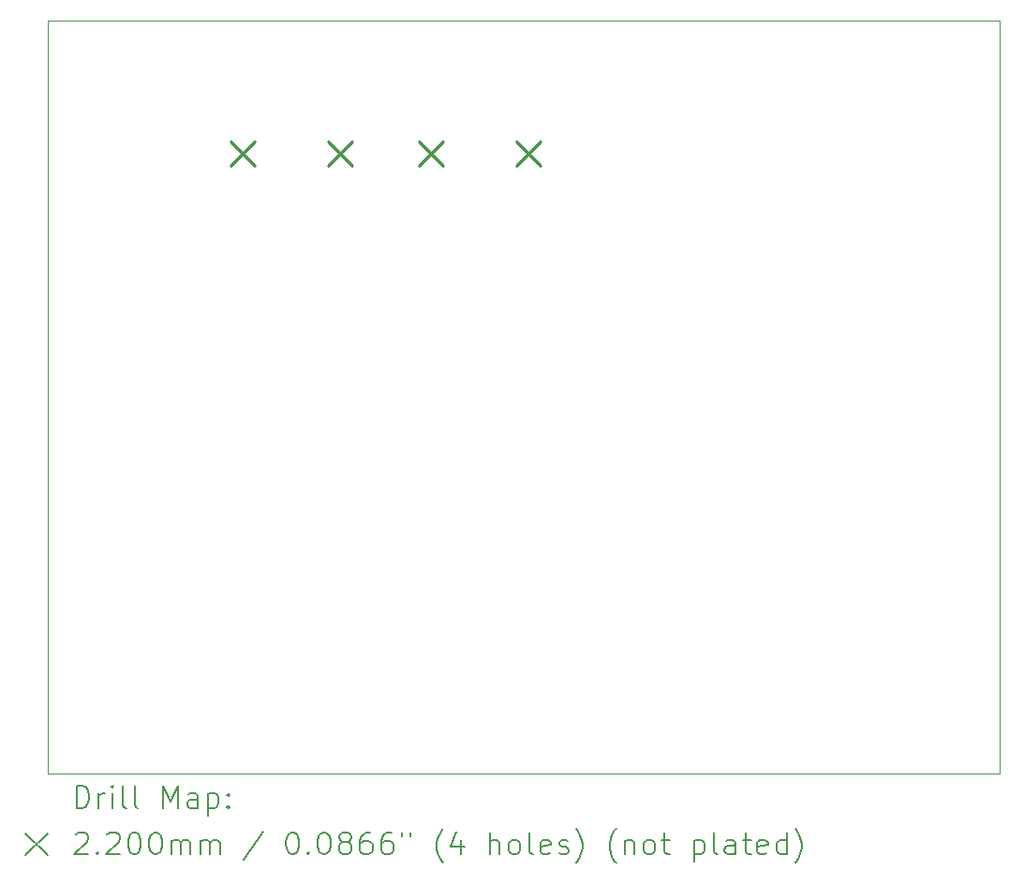
<source format=gbr>
%TF.GenerationSoftware,KiCad,Pcbnew,8.0.3*%
%TF.CreationDate,2025-02-15T10:37:41+01:00*%
%TF.ProjectId,pcb_v0,7063625f-7630-42e6-9b69-6361645f7063,rev?*%
%TF.SameCoordinates,Original*%
%TF.FileFunction,Drillmap*%
%TF.FilePolarity,Positive*%
%FSLAX45Y45*%
G04 Gerber Fmt 4.5, Leading zero omitted, Abs format (unit mm)*
G04 Created by KiCad (PCBNEW 8.0.3) date 2025-02-15 10:37:41*
%MOMM*%
%LPD*%
G01*
G04 APERTURE LIST*
%ADD10C,0.050000*%
%ADD11C,0.200000*%
%ADD12C,0.220000*%
G04 APERTURE END LIST*
D10*
X17950000Y-4600000D02*
X26550000Y-4600000D01*
X26550000Y-11400000D01*
X17950000Y-11400000D01*
X17950000Y-4600000D01*
D11*
D12*
X19600000Y-5685000D02*
X19820000Y-5905000D01*
X19820000Y-5685000D02*
X19600000Y-5905000D01*
X20480000Y-5685000D02*
X20700000Y-5905000D01*
X20700000Y-5685000D02*
X20480000Y-5905000D01*
X21300000Y-5690000D02*
X21520000Y-5910000D01*
X21520000Y-5690000D02*
X21300000Y-5910000D01*
X22180000Y-5690000D02*
X22400000Y-5910000D01*
X22400000Y-5690000D02*
X22180000Y-5910000D01*
D11*
X18208277Y-11713984D02*
X18208277Y-11513984D01*
X18208277Y-11513984D02*
X18255896Y-11513984D01*
X18255896Y-11513984D02*
X18284467Y-11523508D01*
X18284467Y-11523508D02*
X18303515Y-11542555D01*
X18303515Y-11542555D02*
X18313039Y-11561603D01*
X18313039Y-11561603D02*
X18322563Y-11599698D01*
X18322563Y-11599698D02*
X18322563Y-11628269D01*
X18322563Y-11628269D02*
X18313039Y-11666365D01*
X18313039Y-11666365D02*
X18303515Y-11685412D01*
X18303515Y-11685412D02*
X18284467Y-11704460D01*
X18284467Y-11704460D02*
X18255896Y-11713984D01*
X18255896Y-11713984D02*
X18208277Y-11713984D01*
X18408277Y-11713984D02*
X18408277Y-11580650D01*
X18408277Y-11618746D02*
X18417801Y-11599698D01*
X18417801Y-11599698D02*
X18427324Y-11590174D01*
X18427324Y-11590174D02*
X18446372Y-11580650D01*
X18446372Y-11580650D02*
X18465420Y-11580650D01*
X18532086Y-11713984D02*
X18532086Y-11580650D01*
X18532086Y-11513984D02*
X18522563Y-11523508D01*
X18522563Y-11523508D02*
X18532086Y-11533031D01*
X18532086Y-11533031D02*
X18541610Y-11523508D01*
X18541610Y-11523508D02*
X18532086Y-11513984D01*
X18532086Y-11513984D02*
X18532086Y-11533031D01*
X18655896Y-11713984D02*
X18636848Y-11704460D01*
X18636848Y-11704460D02*
X18627324Y-11685412D01*
X18627324Y-11685412D02*
X18627324Y-11513984D01*
X18760658Y-11713984D02*
X18741610Y-11704460D01*
X18741610Y-11704460D02*
X18732086Y-11685412D01*
X18732086Y-11685412D02*
X18732086Y-11513984D01*
X18989229Y-11713984D02*
X18989229Y-11513984D01*
X18989229Y-11513984D02*
X19055896Y-11656841D01*
X19055896Y-11656841D02*
X19122563Y-11513984D01*
X19122563Y-11513984D02*
X19122563Y-11713984D01*
X19303515Y-11713984D02*
X19303515Y-11609222D01*
X19303515Y-11609222D02*
X19293991Y-11590174D01*
X19293991Y-11590174D02*
X19274944Y-11580650D01*
X19274944Y-11580650D02*
X19236848Y-11580650D01*
X19236848Y-11580650D02*
X19217801Y-11590174D01*
X19303515Y-11704460D02*
X19284467Y-11713984D01*
X19284467Y-11713984D02*
X19236848Y-11713984D01*
X19236848Y-11713984D02*
X19217801Y-11704460D01*
X19217801Y-11704460D02*
X19208277Y-11685412D01*
X19208277Y-11685412D02*
X19208277Y-11666365D01*
X19208277Y-11666365D02*
X19217801Y-11647317D01*
X19217801Y-11647317D02*
X19236848Y-11637793D01*
X19236848Y-11637793D02*
X19284467Y-11637793D01*
X19284467Y-11637793D02*
X19303515Y-11628269D01*
X19398753Y-11580650D02*
X19398753Y-11780650D01*
X19398753Y-11590174D02*
X19417801Y-11580650D01*
X19417801Y-11580650D02*
X19455896Y-11580650D01*
X19455896Y-11580650D02*
X19474944Y-11590174D01*
X19474944Y-11590174D02*
X19484467Y-11599698D01*
X19484467Y-11599698D02*
X19493991Y-11618746D01*
X19493991Y-11618746D02*
X19493991Y-11675888D01*
X19493991Y-11675888D02*
X19484467Y-11694936D01*
X19484467Y-11694936D02*
X19474944Y-11704460D01*
X19474944Y-11704460D02*
X19455896Y-11713984D01*
X19455896Y-11713984D02*
X19417801Y-11713984D01*
X19417801Y-11713984D02*
X19398753Y-11704460D01*
X19579705Y-11694936D02*
X19589229Y-11704460D01*
X19589229Y-11704460D02*
X19579705Y-11713984D01*
X19579705Y-11713984D02*
X19570182Y-11704460D01*
X19570182Y-11704460D02*
X19579705Y-11694936D01*
X19579705Y-11694936D02*
X19579705Y-11713984D01*
X19579705Y-11590174D02*
X19589229Y-11599698D01*
X19589229Y-11599698D02*
X19579705Y-11609222D01*
X19579705Y-11609222D02*
X19570182Y-11599698D01*
X19570182Y-11599698D02*
X19579705Y-11590174D01*
X19579705Y-11590174D02*
X19579705Y-11609222D01*
X17747500Y-11942500D02*
X17947500Y-12142500D01*
X17947500Y-11942500D02*
X17747500Y-12142500D01*
X18198753Y-11953031D02*
X18208277Y-11943508D01*
X18208277Y-11943508D02*
X18227324Y-11933984D01*
X18227324Y-11933984D02*
X18274944Y-11933984D01*
X18274944Y-11933984D02*
X18293991Y-11943508D01*
X18293991Y-11943508D02*
X18303515Y-11953031D01*
X18303515Y-11953031D02*
X18313039Y-11972079D01*
X18313039Y-11972079D02*
X18313039Y-11991127D01*
X18313039Y-11991127D02*
X18303515Y-12019698D01*
X18303515Y-12019698D02*
X18189229Y-12133984D01*
X18189229Y-12133984D02*
X18313039Y-12133984D01*
X18398753Y-12114936D02*
X18408277Y-12124460D01*
X18408277Y-12124460D02*
X18398753Y-12133984D01*
X18398753Y-12133984D02*
X18389229Y-12124460D01*
X18389229Y-12124460D02*
X18398753Y-12114936D01*
X18398753Y-12114936D02*
X18398753Y-12133984D01*
X18484467Y-11953031D02*
X18493991Y-11943508D01*
X18493991Y-11943508D02*
X18513039Y-11933984D01*
X18513039Y-11933984D02*
X18560658Y-11933984D01*
X18560658Y-11933984D02*
X18579705Y-11943508D01*
X18579705Y-11943508D02*
X18589229Y-11953031D01*
X18589229Y-11953031D02*
X18598753Y-11972079D01*
X18598753Y-11972079D02*
X18598753Y-11991127D01*
X18598753Y-11991127D02*
X18589229Y-12019698D01*
X18589229Y-12019698D02*
X18474944Y-12133984D01*
X18474944Y-12133984D02*
X18598753Y-12133984D01*
X18722563Y-11933984D02*
X18741610Y-11933984D01*
X18741610Y-11933984D02*
X18760658Y-11943508D01*
X18760658Y-11943508D02*
X18770182Y-11953031D01*
X18770182Y-11953031D02*
X18779705Y-11972079D01*
X18779705Y-11972079D02*
X18789229Y-12010174D01*
X18789229Y-12010174D02*
X18789229Y-12057793D01*
X18789229Y-12057793D02*
X18779705Y-12095888D01*
X18779705Y-12095888D02*
X18770182Y-12114936D01*
X18770182Y-12114936D02*
X18760658Y-12124460D01*
X18760658Y-12124460D02*
X18741610Y-12133984D01*
X18741610Y-12133984D02*
X18722563Y-12133984D01*
X18722563Y-12133984D02*
X18703515Y-12124460D01*
X18703515Y-12124460D02*
X18693991Y-12114936D01*
X18693991Y-12114936D02*
X18684467Y-12095888D01*
X18684467Y-12095888D02*
X18674944Y-12057793D01*
X18674944Y-12057793D02*
X18674944Y-12010174D01*
X18674944Y-12010174D02*
X18684467Y-11972079D01*
X18684467Y-11972079D02*
X18693991Y-11953031D01*
X18693991Y-11953031D02*
X18703515Y-11943508D01*
X18703515Y-11943508D02*
X18722563Y-11933984D01*
X18913039Y-11933984D02*
X18932086Y-11933984D01*
X18932086Y-11933984D02*
X18951134Y-11943508D01*
X18951134Y-11943508D02*
X18960658Y-11953031D01*
X18960658Y-11953031D02*
X18970182Y-11972079D01*
X18970182Y-11972079D02*
X18979705Y-12010174D01*
X18979705Y-12010174D02*
X18979705Y-12057793D01*
X18979705Y-12057793D02*
X18970182Y-12095888D01*
X18970182Y-12095888D02*
X18960658Y-12114936D01*
X18960658Y-12114936D02*
X18951134Y-12124460D01*
X18951134Y-12124460D02*
X18932086Y-12133984D01*
X18932086Y-12133984D02*
X18913039Y-12133984D01*
X18913039Y-12133984D02*
X18893991Y-12124460D01*
X18893991Y-12124460D02*
X18884467Y-12114936D01*
X18884467Y-12114936D02*
X18874944Y-12095888D01*
X18874944Y-12095888D02*
X18865420Y-12057793D01*
X18865420Y-12057793D02*
X18865420Y-12010174D01*
X18865420Y-12010174D02*
X18874944Y-11972079D01*
X18874944Y-11972079D02*
X18884467Y-11953031D01*
X18884467Y-11953031D02*
X18893991Y-11943508D01*
X18893991Y-11943508D02*
X18913039Y-11933984D01*
X19065420Y-12133984D02*
X19065420Y-12000650D01*
X19065420Y-12019698D02*
X19074944Y-12010174D01*
X19074944Y-12010174D02*
X19093991Y-12000650D01*
X19093991Y-12000650D02*
X19122563Y-12000650D01*
X19122563Y-12000650D02*
X19141610Y-12010174D01*
X19141610Y-12010174D02*
X19151134Y-12029222D01*
X19151134Y-12029222D02*
X19151134Y-12133984D01*
X19151134Y-12029222D02*
X19160658Y-12010174D01*
X19160658Y-12010174D02*
X19179705Y-12000650D01*
X19179705Y-12000650D02*
X19208277Y-12000650D01*
X19208277Y-12000650D02*
X19227325Y-12010174D01*
X19227325Y-12010174D02*
X19236848Y-12029222D01*
X19236848Y-12029222D02*
X19236848Y-12133984D01*
X19332086Y-12133984D02*
X19332086Y-12000650D01*
X19332086Y-12019698D02*
X19341610Y-12010174D01*
X19341610Y-12010174D02*
X19360658Y-12000650D01*
X19360658Y-12000650D02*
X19389229Y-12000650D01*
X19389229Y-12000650D02*
X19408277Y-12010174D01*
X19408277Y-12010174D02*
X19417801Y-12029222D01*
X19417801Y-12029222D02*
X19417801Y-12133984D01*
X19417801Y-12029222D02*
X19427325Y-12010174D01*
X19427325Y-12010174D02*
X19446372Y-12000650D01*
X19446372Y-12000650D02*
X19474944Y-12000650D01*
X19474944Y-12000650D02*
X19493991Y-12010174D01*
X19493991Y-12010174D02*
X19503515Y-12029222D01*
X19503515Y-12029222D02*
X19503515Y-12133984D01*
X19893991Y-11924460D02*
X19722563Y-12181603D01*
X20151134Y-11933984D02*
X20170182Y-11933984D01*
X20170182Y-11933984D02*
X20189229Y-11943508D01*
X20189229Y-11943508D02*
X20198753Y-11953031D01*
X20198753Y-11953031D02*
X20208277Y-11972079D01*
X20208277Y-11972079D02*
X20217801Y-12010174D01*
X20217801Y-12010174D02*
X20217801Y-12057793D01*
X20217801Y-12057793D02*
X20208277Y-12095888D01*
X20208277Y-12095888D02*
X20198753Y-12114936D01*
X20198753Y-12114936D02*
X20189229Y-12124460D01*
X20189229Y-12124460D02*
X20170182Y-12133984D01*
X20170182Y-12133984D02*
X20151134Y-12133984D01*
X20151134Y-12133984D02*
X20132087Y-12124460D01*
X20132087Y-12124460D02*
X20122563Y-12114936D01*
X20122563Y-12114936D02*
X20113039Y-12095888D01*
X20113039Y-12095888D02*
X20103515Y-12057793D01*
X20103515Y-12057793D02*
X20103515Y-12010174D01*
X20103515Y-12010174D02*
X20113039Y-11972079D01*
X20113039Y-11972079D02*
X20122563Y-11953031D01*
X20122563Y-11953031D02*
X20132087Y-11943508D01*
X20132087Y-11943508D02*
X20151134Y-11933984D01*
X20303515Y-12114936D02*
X20313039Y-12124460D01*
X20313039Y-12124460D02*
X20303515Y-12133984D01*
X20303515Y-12133984D02*
X20293991Y-12124460D01*
X20293991Y-12124460D02*
X20303515Y-12114936D01*
X20303515Y-12114936D02*
X20303515Y-12133984D01*
X20436848Y-11933984D02*
X20455896Y-11933984D01*
X20455896Y-11933984D02*
X20474944Y-11943508D01*
X20474944Y-11943508D02*
X20484468Y-11953031D01*
X20484468Y-11953031D02*
X20493991Y-11972079D01*
X20493991Y-11972079D02*
X20503515Y-12010174D01*
X20503515Y-12010174D02*
X20503515Y-12057793D01*
X20503515Y-12057793D02*
X20493991Y-12095888D01*
X20493991Y-12095888D02*
X20484468Y-12114936D01*
X20484468Y-12114936D02*
X20474944Y-12124460D01*
X20474944Y-12124460D02*
X20455896Y-12133984D01*
X20455896Y-12133984D02*
X20436848Y-12133984D01*
X20436848Y-12133984D02*
X20417801Y-12124460D01*
X20417801Y-12124460D02*
X20408277Y-12114936D01*
X20408277Y-12114936D02*
X20398753Y-12095888D01*
X20398753Y-12095888D02*
X20389229Y-12057793D01*
X20389229Y-12057793D02*
X20389229Y-12010174D01*
X20389229Y-12010174D02*
X20398753Y-11972079D01*
X20398753Y-11972079D02*
X20408277Y-11953031D01*
X20408277Y-11953031D02*
X20417801Y-11943508D01*
X20417801Y-11943508D02*
X20436848Y-11933984D01*
X20617801Y-12019698D02*
X20598753Y-12010174D01*
X20598753Y-12010174D02*
X20589229Y-12000650D01*
X20589229Y-12000650D02*
X20579706Y-11981603D01*
X20579706Y-11981603D02*
X20579706Y-11972079D01*
X20579706Y-11972079D02*
X20589229Y-11953031D01*
X20589229Y-11953031D02*
X20598753Y-11943508D01*
X20598753Y-11943508D02*
X20617801Y-11933984D01*
X20617801Y-11933984D02*
X20655896Y-11933984D01*
X20655896Y-11933984D02*
X20674944Y-11943508D01*
X20674944Y-11943508D02*
X20684468Y-11953031D01*
X20684468Y-11953031D02*
X20693991Y-11972079D01*
X20693991Y-11972079D02*
X20693991Y-11981603D01*
X20693991Y-11981603D02*
X20684468Y-12000650D01*
X20684468Y-12000650D02*
X20674944Y-12010174D01*
X20674944Y-12010174D02*
X20655896Y-12019698D01*
X20655896Y-12019698D02*
X20617801Y-12019698D01*
X20617801Y-12019698D02*
X20598753Y-12029222D01*
X20598753Y-12029222D02*
X20589229Y-12038746D01*
X20589229Y-12038746D02*
X20579706Y-12057793D01*
X20579706Y-12057793D02*
X20579706Y-12095888D01*
X20579706Y-12095888D02*
X20589229Y-12114936D01*
X20589229Y-12114936D02*
X20598753Y-12124460D01*
X20598753Y-12124460D02*
X20617801Y-12133984D01*
X20617801Y-12133984D02*
X20655896Y-12133984D01*
X20655896Y-12133984D02*
X20674944Y-12124460D01*
X20674944Y-12124460D02*
X20684468Y-12114936D01*
X20684468Y-12114936D02*
X20693991Y-12095888D01*
X20693991Y-12095888D02*
X20693991Y-12057793D01*
X20693991Y-12057793D02*
X20684468Y-12038746D01*
X20684468Y-12038746D02*
X20674944Y-12029222D01*
X20674944Y-12029222D02*
X20655896Y-12019698D01*
X20865420Y-11933984D02*
X20827325Y-11933984D01*
X20827325Y-11933984D02*
X20808277Y-11943508D01*
X20808277Y-11943508D02*
X20798753Y-11953031D01*
X20798753Y-11953031D02*
X20779706Y-11981603D01*
X20779706Y-11981603D02*
X20770182Y-12019698D01*
X20770182Y-12019698D02*
X20770182Y-12095888D01*
X20770182Y-12095888D02*
X20779706Y-12114936D01*
X20779706Y-12114936D02*
X20789229Y-12124460D01*
X20789229Y-12124460D02*
X20808277Y-12133984D01*
X20808277Y-12133984D02*
X20846372Y-12133984D01*
X20846372Y-12133984D02*
X20865420Y-12124460D01*
X20865420Y-12124460D02*
X20874944Y-12114936D01*
X20874944Y-12114936D02*
X20884468Y-12095888D01*
X20884468Y-12095888D02*
X20884468Y-12048269D01*
X20884468Y-12048269D02*
X20874944Y-12029222D01*
X20874944Y-12029222D02*
X20865420Y-12019698D01*
X20865420Y-12019698D02*
X20846372Y-12010174D01*
X20846372Y-12010174D02*
X20808277Y-12010174D01*
X20808277Y-12010174D02*
X20789229Y-12019698D01*
X20789229Y-12019698D02*
X20779706Y-12029222D01*
X20779706Y-12029222D02*
X20770182Y-12048269D01*
X21055896Y-11933984D02*
X21017801Y-11933984D01*
X21017801Y-11933984D02*
X20998753Y-11943508D01*
X20998753Y-11943508D02*
X20989229Y-11953031D01*
X20989229Y-11953031D02*
X20970182Y-11981603D01*
X20970182Y-11981603D02*
X20960658Y-12019698D01*
X20960658Y-12019698D02*
X20960658Y-12095888D01*
X20960658Y-12095888D02*
X20970182Y-12114936D01*
X20970182Y-12114936D02*
X20979706Y-12124460D01*
X20979706Y-12124460D02*
X20998753Y-12133984D01*
X20998753Y-12133984D02*
X21036849Y-12133984D01*
X21036849Y-12133984D02*
X21055896Y-12124460D01*
X21055896Y-12124460D02*
X21065420Y-12114936D01*
X21065420Y-12114936D02*
X21074944Y-12095888D01*
X21074944Y-12095888D02*
X21074944Y-12048269D01*
X21074944Y-12048269D02*
X21065420Y-12029222D01*
X21065420Y-12029222D02*
X21055896Y-12019698D01*
X21055896Y-12019698D02*
X21036849Y-12010174D01*
X21036849Y-12010174D02*
X20998753Y-12010174D01*
X20998753Y-12010174D02*
X20979706Y-12019698D01*
X20979706Y-12019698D02*
X20970182Y-12029222D01*
X20970182Y-12029222D02*
X20960658Y-12048269D01*
X21151134Y-11933984D02*
X21151134Y-11972079D01*
X21227325Y-11933984D02*
X21227325Y-11972079D01*
X21522563Y-12210174D02*
X21513039Y-12200650D01*
X21513039Y-12200650D02*
X21493991Y-12172079D01*
X21493991Y-12172079D02*
X21484468Y-12153031D01*
X21484468Y-12153031D02*
X21474944Y-12124460D01*
X21474944Y-12124460D02*
X21465420Y-12076841D01*
X21465420Y-12076841D02*
X21465420Y-12038746D01*
X21465420Y-12038746D02*
X21474944Y-11991127D01*
X21474944Y-11991127D02*
X21484468Y-11962555D01*
X21484468Y-11962555D02*
X21493991Y-11943508D01*
X21493991Y-11943508D02*
X21513039Y-11914936D01*
X21513039Y-11914936D02*
X21522563Y-11905412D01*
X21684468Y-12000650D02*
X21684468Y-12133984D01*
X21636849Y-11924460D02*
X21589230Y-12067317D01*
X21589230Y-12067317D02*
X21713039Y-12067317D01*
X21941611Y-12133984D02*
X21941611Y-11933984D01*
X22027325Y-12133984D02*
X22027325Y-12029222D01*
X22027325Y-12029222D02*
X22017801Y-12010174D01*
X22017801Y-12010174D02*
X21998753Y-12000650D01*
X21998753Y-12000650D02*
X21970182Y-12000650D01*
X21970182Y-12000650D02*
X21951134Y-12010174D01*
X21951134Y-12010174D02*
X21941611Y-12019698D01*
X22151134Y-12133984D02*
X22132087Y-12124460D01*
X22132087Y-12124460D02*
X22122563Y-12114936D01*
X22122563Y-12114936D02*
X22113039Y-12095888D01*
X22113039Y-12095888D02*
X22113039Y-12038746D01*
X22113039Y-12038746D02*
X22122563Y-12019698D01*
X22122563Y-12019698D02*
X22132087Y-12010174D01*
X22132087Y-12010174D02*
X22151134Y-12000650D01*
X22151134Y-12000650D02*
X22179706Y-12000650D01*
X22179706Y-12000650D02*
X22198753Y-12010174D01*
X22198753Y-12010174D02*
X22208277Y-12019698D01*
X22208277Y-12019698D02*
X22217801Y-12038746D01*
X22217801Y-12038746D02*
X22217801Y-12095888D01*
X22217801Y-12095888D02*
X22208277Y-12114936D01*
X22208277Y-12114936D02*
X22198753Y-12124460D01*
X22198753Y-12124460D02*
X22179706Y-12133984D01*
X22179706Y-12133984D02*
X22151134Y-12133984D01*
X22332087Y-12133984D02*
X22313039Y-12124460D01*
X22313039Y-12124460D02*
X22303515Y-12105412D01*
X22303515Y-12105412D02*
X22303515Y-11933984D01*
X22484468Y-12124460D02*
X22465420Y-12133984D01*
X22465420Y-12133984D02*
X22427325Y-12133984D01*
X22427325Y-12133984D02*
X22408277Y-12124460D01*
X22408277Y-12124460D02*
X22398753Y-12105412D01*
X22398753Y-12105412D02*
X22398753Y-12029222D01*
X22398753Y-12029222D02*
X22408277Y-12010174D01*
X22408277Y-12010174D02*
X22427325Y-12000650D01*
X22427325Y-12000650D02*
X22465420Y-12000650D01*
X22465420Y-12000650D02*
X22484468Y-12010174D01*
X22484468Y-12010174D02*
X22493991Y-12029222D01*
X22493991Y-12029222D02*
X22493991Y-12048269D01*
X22493991Y-12048269D02*
X22398753Y-12067317D01*
X22570182Y-12124460D02*
X22589230Y-12133984D01*
X22589230Y-12133984D02*
X22627325Y-12133984D01*
X22627325Y-12133984D02*
X22646372Y-12124460D01*
X22646372Y-12124460D02*
X22655896Y-12105412D01*
X22655896Y-12105412D02*
X22655896Y-12095888D01*
X22655896Y-12095888D02*
X22646372Y-12076841D01*
X22646372Y-12076841D02*
X22627325Y-12067317D01*
X22627325Y-12067317D02*
X22598753Y-12067317D01*
X22598753Y-12067317D02*
X22579706Y-12057793D01*
X22579706Y-12057793D02*
X22570182Y-12038746D01*
X22570182Y-12038746D02*
X22570182Y-12029222D01*
X22570182Y-12029222D02*
X22579706Y-12010174D01*
X22579706Y-12010174D02*
X22598753Y-12000650D01*
X22598753Y-12000650D02*
X22627325Y-12000650D01*
X22627325Y-12000650D02*
X22646372Y-12010174D01*
X22722563Y-12210174D02*
X22732087Y-12200650D01*
X22732087Y-12200650D02*
X22751134Y-12172079D01*
X22751134Y-12172079D02*
X22760658Y-12153031D01*
X22760658Y-12153031D02*
X22770182Y-12124460D01*
X22770182Y-12124460D02*
X22779706Y-12076841D01*
X22779706Y-12076841D02*
X22779706Y-12038746D01*
X22779706Y-12038746D02*
X22770182Y-11991127D01*
X22770182Y-11991127D02*
X22760658Y-11962555D01*
X22760658Y-11962555D02*
X22751134Y-11943508D01*
X22751134Y-11943508D02*
X22732087Y-11914936D01*
X22732087Y-11914936D02*
X22722563Y-11905412D01*
X23084468Y-12210174D02*
X23074944Y-12200650D01*
X23074944Y-12200650D02*
X23055896Y-12172079D01*
X23055896Y-12172079D02*
X23046372Y-12153031D01*
X23046372Y-12153031D02*
X23036849Y-12124460D01*
X23036849Y-12124460D02*
X23027325Y-12076841D01*
X23027325Y-12076841D02*
X23027325Y-12038746D01*
X23027325Y-12038746D02*
X23036849Y-11991127D01*
X23036849Y-11991127D02*
X23046372Y-11962555D01*
X23046372Y-11962555D02*
X23055896Y-11943508D01*
X23055896Y-11943508D02*
X23074944Y-11914936D01*
X23074944Y-11914936D02*
X23084468Y-11905412D01*
X23160658Y-12000650D02*
X23160658Y-12133984D01*
X23160658Y-12019698D02*
X23170182Y-12010174D01*
X23170182Y-12010174D02*
X23189230Y-12000650D01*
X23189230Y-12000650D02*
X23217801Y-12000650D01*
X23217801Y-12000650D02*
X23236849Y-12010174D01*
X23236849Y-12010174D02*
X23246372Y-12029222D01*
X23246372Y-12029222D02*
X23246372Y-12133984D01*
X23370182Y-12133984D02*
X23351134Y-12124460D01*
X23351134Y-12124460D02*
X23341611Y-12114936D01*
X23341611Y-12114936D02*
X23332087Y-12095888D01*
X23332087Y-12095888D02*
X23332087Y-12038746D01*
X23332087Y-12038746D02*
X23341611Y-12019698D01*
X23341611Y-12019698D02*
X23351134Y-12010174D01*
X23351134Y-12010174D02*
X23370182Y-12000650D01*
X23370182Y-12000650D02*
X23398753Y-12000650D01*
X23398753Y-12000650D02*
X23417801Y-12010174D01*
X23417801Y-12010174D02*
X23427325Y-12019698D01*
X23427325Y-12019698D02*
X23436849Y-12038746D01*
X23436849Y-12038746D02*
X23436849Y-12095888D01*
X23436849Y-12095888D02*
X23427325Y-12114936D01*
X23427325Y-12114936D02*
X23417801Y-12124460D01*
X23417801Y-12124460D02*
X23398753Y-12133984D01*
X23398753Y-12133984D02*
X23370182Y-12133984D01*
X23493992Y-12000650D02*
X23570182Y-12000650D01*
X23522563Y-11933984D02*
X23522563Y-12105412D01*
X23522563Y-12105412D02*
X23532087Y-12124460D01*
X23532087Y-12124460D02*
X23551134Y-12133984D01*
X23551134Y-12133984D02*
X23570182Y-12133984D01*
X23789230Y-12000650D02*
X23789230Y-12200650D01*
X23789230Y-12010174D02*
X23808277Y-12000650D01*
X23808277Y-12000650D02*
X23846373Y-12000650D01*
X23846373Y-12000650D02*
X23865420Y-12010174D01*
X23865420Y-12010174D02*
X23874944Y-12019698D01*
X23874944Y-12019698D02*
X23884468Y-12038746D01*
X23884468Y-12038746D02*
X23884468Y-12095888D01*
X23884468Y-12095888D02*
X23874944Y-12114936D01*
X23874944Y-12114936D02*
X23865420Y-12124460D01*
X23865420Y-12124460D02*
X23846373Y-12133984D01*
X23846373Y-12133984D02*
X23808277Y-12133984D01*
X23808277Y-12133984D02*
X23789230Y-12124460D01*
X23998753Y-12133984D02*
X23979706Y-12124460D01*
X23979706Y-12124460D02*
X23970182Y-12105412D01*
X23970182Y-12105412D02*
X23970182Y-11933984D01*
X24160658Y-12133984D02*
X24160658Y-12029222D01*
X24160658Y-12029222D02*
X24151134Y-12010174D01*
X24151134Y-12010174D02*
X24132087Y-12000650D01*
X24132087Y-12000650D02*
X24093992Y-12000650D01*
X24093992Y-12000650D02*
X24074944Y-12010174D01*
X24160658Y-12124460D02*
X24141611Y-12133984D01*
X24141611Y-12133984D02*
X24093992Y-12133984D01*
X24093992Y-12133984D02*
X24074944Y-12124460D01*
X24074944Y-12124460D02*
X24065420Y-12105412D01*
X24065420Y-12105412D02*
X24065420Y-12086365D01*
X24065420Y-12086365D02*
X24074944Y-12067317D01*
X24074944Y-12067317D02*
X24093992Y-12057793D01*
X24093992Y-12057793D02*
X24141611Y-12057793D01*
X24141611Y-12057793D02*
X24160658Y-12048269D01*
X24227325Y-12000650D02*
X24303515Y-12000650D01*
X24255896Y-11933984D02*
X24255896Y-12105412D01*
X24255896Y-12105412D02*
X24265420Y-12124460D01*
X24265420Y-12124460D02*
X24284468Y-12133984D01*
X24284468Y-12133984D02*
X24303515Y-12133984D01*
X24446373Y-12124460D02*
X24427325Y-12133984D01*
X24427325Y-12133984D02*
X24389230Y-12133984D01*
X24389230Y-12133984D02*
X24370182Y-12124460D01*
X24370182Y-12124460D02*
X24360658Y-12105412D01*
X24360658Y-12105412D02*
X24360658Y-12029222D01*
X24360658Y-12029222D02*
X24370182Y-12010174D01*
X24370182Y-12010174D02*
X24389230Y-12000650D01*
X24389230Y-12000650D02*
X24427325Y-12000650D01*
X24427325Y-12000650D02*
X24446373Y-12010174D01*
X24446373Y-12010174D02*
X24455896Y-12029222D01*
X24455896Y-12029222D02*
X24455896Y-12048269D01*
X24455896Y-12048269D02*
X24360658Y-12067317D01*
X24627325Y-12133984D02*
X24627325Y-11933984D01*
X24627325Y-12124460D02*
X24608277Y-12133984D01*
X24608277Y-12133984D02*
X24570182Y-12133984D01*
X24570182Y-12133984D02*
X24551134Y-12124460D01*
X24551134Y-12124460D02*
X24541611Y-12114936D01*
X24541611Y-12114936D02*
X24532087Y-12095888D01*
X24532087Y-12095888D02*
X24532087Y-12038746D01*
X24532087Y-12038746D02*
X24541611Y-12019698D01*
X24541611Y-12019698D02*
X24551134Y-12010174D01*
X24551134Y-12010174D02*
X24570182Y-12000650D01*
X24570182Y-12000650D02*
X24608277Y-12000650D01*
X24608277Y-12000650D02*
X24627325Y-12010174D01*
X24703515Y-12210174D02*
X24713039Y-12200650D01*
X24713039Y-12200650D02*
X24732087Y-12172079D01*
X24732087Y-12172079D02*
X24741611Y-12153031D01*
X24741611Y-12153031D02*
X24751134Y-12124460D01*
X24751134Y-12124460D02*
X24760658Y-12076841D01*
X24760658Y-12076841D02*
X24760658Y-12038746D01*
X24760658Y-12038746D02*
X24751134Y-11991127D01*
X24751134Y-11991127D02*
X24741611Y-11962555D01*
X24741611Y-11962555D02*
X24732087Y-11943508D01*
X24732087Y-11943508D02*
X24713039Y-11914936D01*
X24713039Y-11914936D02*
X24703515Y-11905412D01*
M02*

</source>
